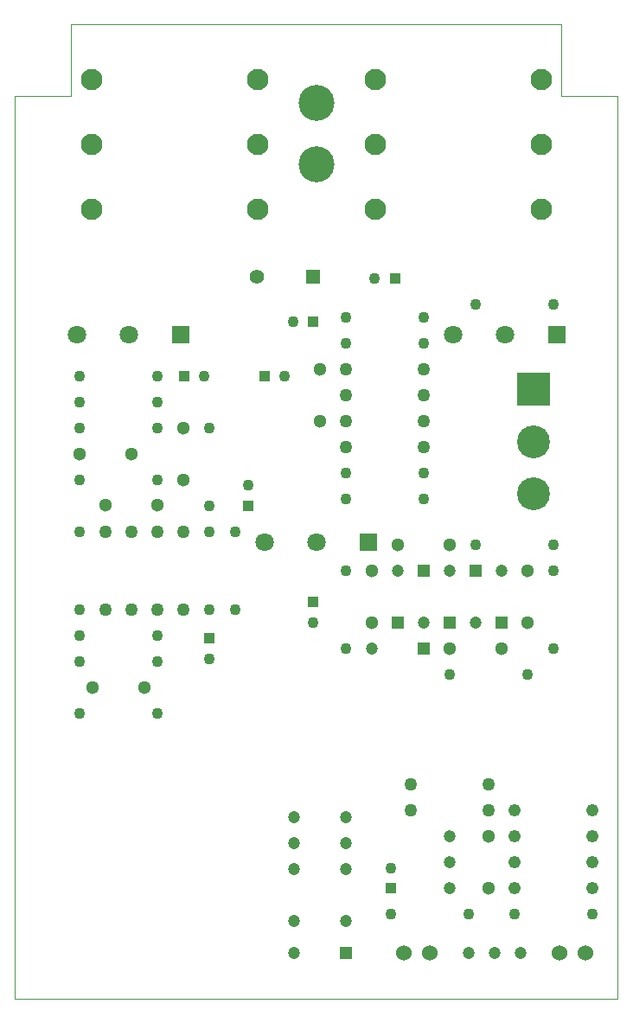
<source format=gbs>
G75*
%MOIN*%
%OFA0B0*%
%FSLAX25Y25*%
%IPPOS*%
%LPD*%
%AMOC8*
5,1,8,0,0,1.08239X$1,22.5*
%
%ADD10R,0.07087X0.07087*%
%ADD11C,0.07087*%
%ADD12C,0.08268*%
%ADD13C,0.05512*%
%ADD14R,0.05512X0.05512*%
%ADD15R,0.04331X0.04331*%
%ADD16C,0.04331*%
%ADD17C,0.13843*%
%ADD18C,0.05118*%
%ADD19C,0.05000*%
%ADD20C,0.04724*%
%ADD21R,0.04724X0.04724*%
%ADD22R,0.12661X0.12661*%
%ADD23C,0.12661*%
%ADD24C,0.04800*%
%ADD25C,0.04700*%
%ADD26C,0.06000*%
%ADD27C,0.00000*%
D10*
X0141250Y0180163D03*
X0213750Y0260163D03*
X0068750Y0260163D03*
D11*
X0048750Y0260163D03*
X0028750Y0260163D03*
X0101250Y0180163D03*
X0121250Y0180163D03*
X0173750Y0260163D03*
X0193750Y0260163D03*
D12*
X0207699Y0308350D03*
X0207699Y0333350D03*
X0207699Y0358350D03*
X0143801Y0358350D03*
X0143801Y0333350D03*
X0143801Y0308350D03*
X0098449Y0308350D03*
X0098449Y0333350D03*
X0098449Y0358350D03*
X0034551Y0358350D03*
X0034551Y0333350D03*
X0034551Y0308350D03*
D13*
X0098250Y0282350D03*
D14*
X0120000Y0282350D03*
D15*
X0119930Y0265095D03*
X0101070Y0244105D03*
X0070070Y0244105D03*
X0094995Y0194170D03*
X0120000Y0157040D03*
X0080005Y0143030D03*
X0149995Y0046670D03*
X0151430Y0281595D03*
D16*
X0143570Y0281598D03*
X0132500Y0266600D03*
X0132500Y0256600D03*
X0112070Y0265098D03*
X0108930Y0244102D03*
X0132500Y0206600D03*
X0132500Y0196600D03*
X0132500Y0169100D03*
X0120000Y0149160D03*
X0132500Y0139100D03*
X0162500Y0196600D03*
X0162500Y0206600D03*
X0182500Y0179100D03*
X0212500Y0179100D03*
X0212500Y0169100D03*
X0212500Y0139100D03*
X0202500Y0129100D03*
X0172500Y0129100D03*
X0149998Y0054530D03*
X0150000Y0036600D03*
X0180000Y0036600D03*
X0197500Y0036600D03*
X0227500Y0036600D03*
X0094998Y0202030D03*
X0090000Y0184100D03*
X0080000Y0184100D03*
X0080000Y0194100D03*
X0080000Y0224100D03*
X0077930Y0244102D03*
X0060000Y0244100D03*
X0060000Y0234100D03*
X0060000Y0224100D03*
X0060000Y0204100D03*
X0030000Y0204100D03*
X0030000Y0184100D03*
X0030000Y0154100D03*
X0030000Y0144100D03*
X0030000Y0134100D03*
X0030000Y0114100D03*
X0060000Y0114100D03*
X0060000Y0134100D03*
X0060000Y0144100D03*
X0080002Y0135170D03*
X0080000Y0154100D03*
X0090000Y0154100D03*
X0030000Y0224100D03*
X0030000Y0234100D03*
X0030000Y0244100D03*
X0162500Y0256600D03*
X0162500Y0266600D03*
X0182500Y0271600D03*
X0212500Y0271600D03*
D17*
X0121250Y0325663D03*
X0121250Y0349285D03*
D18*
X0122500Y0246600D03*
X0122500Y0226600D03*
X0152500Y0179100D03*
X0142500Y0169100D03*
X0142500Y0149100D03*
X0172500Y0139100D03*
X0192500Y0139100D03*
X0202500Y0149100D03*
X0202500Y0169100D03*
X0172500Y0179100D03*
X0187500Y0066600D03*
X0187500Y0046600D03*
X0070000Y0204100D03*
X0060000Y0194350D03*
X0050000Y0214100D03*
X0040000Y0194350D03*
X0030000Y0214100D03*
X0070000Y0224100D03*
X0055000Y0124100D03*
X0035000Y0124100D03*
D19*
X0040000Y0154100D03*
X0050000Y0154100D03*
X0060000Y0154100D03*
X0070000Y0154100D03*
X0070000Y0184100D03*
X0060000Y0184100D03*
X0050000Y0184100D03*
X0040000Y0184100D03*
X0132500Y0216600D03*
X0132500Y0226600D03*
X0132500Y0236600D03*
X0132500Y0246600D03*
X0162500Y0246600D03*
X0162500Y0236600D03*
X0162500Y0226600D03*
X0162500Y0216600D03*
X0157500Y0086600D03*
X0157500Y0076600D03*
X0187500Y0076600D03*
X0187500Y0086600D03*
D20*
X0182500Y0149100D03*
X0172500Y0169100D03*
X0162500Y0149100D03*
X0152500Y0169100D03*
X0142500Y0139100D03*
X0132500Y0074100D03*
X0132500Y0064100D03*
X0132500Y0054100D03*
X0132500Y0034100D03*
X0112500Y0034100D03*
X0112500Y0021600D03*
X0112500Y0054100D03*
X0112500Y0064100D03*
X0112500Y0074100D03*
X0180000Y0021600D03*
X0190000Y0021600D03*
X0200000Y0021600D03*
X0192500Y0169100D03*
D21*
X0182500Y0169100D03*
X0172500Y0149100D03*
X0162500Y0139100D03*
X0152500Y0149100D03*
X0162500Y0169100D03*
X0192500Y0149100D03*
X0132500Y0021600D03*
D22*
X0205000Y0239100D03*
D23*
X0205000Y0218850D03*
X0205000Y0198700D03*
D24*
X0197500Y0076600D03*
X0197500Y0066600D03*
X0197500Y0056600D03*
X0197500Y0046600D03*
X0227500Y0046600D03*
X0227500Y0056600D03*
X0227500Y0066600D03*
X0227500Y0076600D03*
D25*
X0172500Y0066600D03*
X0172500Y0056600D03*
X0172500Y0046600D03*
D26*
X0165000Y0021600D03*
X0155000Y0021600D03*
X0215000Y0021600D03*
X0225000Y0021600D03*
D27*
X0237283Y0004100D02*
X0005000Y0004100D01*
X0005000Y0352131D01*
X0026654Y0352131D01*
X0026654Y0379691D01*
X0215630Y0379691D01*
X0215630Y0352131D01*
X0237283Y0352131D01*
X0237283Y0004100D01*
M02*

</source>
